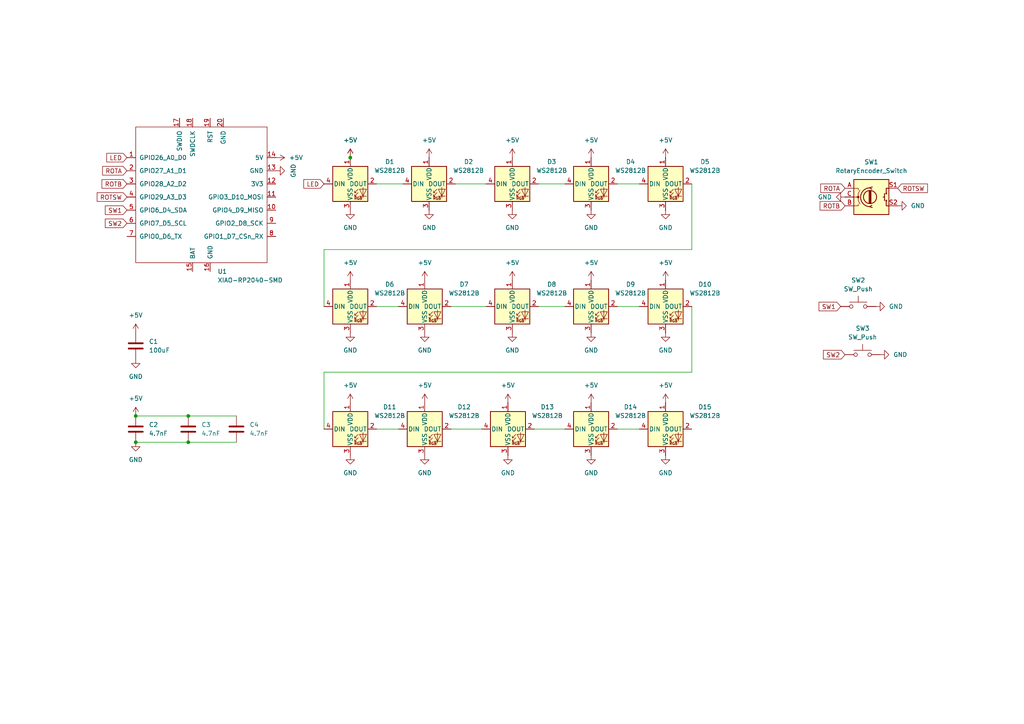
<source format=kicad_sch>
(kicad_sch (version 20250114) (generator "eeschema") (generator_version "9.0")
  (paper "A4")
  (lib_symbols
    (symbol "Device:C" (pin_numbers (hide yes)) (pin_names (offset 0.254))
      (property "Reference" "C" (at 0.635 2.54 0))
      (property "Value" "C" (at 0.635 -2.54 0))
      (symbol "C_0_1"
        (polyline (pts (xy -2.032 0.762) (xy 2.032 0.762)) (stroke (width 0.508)))
        (polyline (pts (xy -2.032 -0.762) (xy 2.032 -0.762)) (stroke (width 0.508)))
      )
      (symbol "C_1_1"
        (pin passive line (at 0 3.81 270) (length 2.794) (name "~") (number "1"))
        (pin passive line (at 0 -3.81 90) (length 2.794) (name "~") (number "2"))
      )
    )
    (symbol "Device:RotaryEncoder_Switch" (pin_names (offset 0.254) (hide yes))
      (property "Reference" "SW" (at 0 6.604 0))
      (property "Value" "RotaryEncoder_Switch" (at 0 -6.604 0))
      (symbol "RotaryEncoder_Switch_0_1"
        (rectangle (start -5.08 5.08) (end 5.08 -5.08) (stroke (width 0.254)) (fill (type background)))
        (polyline (pts (xy -5.08 2.54) (xy -3.81 2.54) (xy -3.81 2.032)))
        (polyline (pts (xy -5.08 0) (xy -3.81 0) (xy -3.81 -1.016) (xy -3.302 -2.032)))
        (polyline (pts (xy -5.08 -2.54) (xy -3.81 -2.54) (xy -3.81 -2.032)))
        (polyline (pts (xy -4.318 0) (xy -3.81 0) (xy -3.81 1.016) (xy -3.302 2.032)))
        (circle (center -3.81 0) (radius 0.254) (fill (type outline)))
        (polyline (pts (xy -0.635 -1.778) (xy -0.635 1.778)) (stroke (width 0.254)))
        (circle (center -0.381 0) (radius 1.905) (stroke (width 0.254)))
        (polyline (pts (xy -0.381 -1.778) (xy -0.381 1.778)) (stroke (width 0.254)))
        (arc (start -0.381 -2.794) (mid -3.0988 -0.0635) (end -0.381 2.667) (stroke (width 0.254)))
        (polyline (pts (xy -0.127 1.778) (xy -0.127 -1.778)) (stroke (width 0.254)))
        (polyline (pts (xy 0.254 2.921) (xy -0.508 2.667) (xy 0.127 2.286)) (stroke (width 0.254)))
        (polyline (pts (xy 0.254 -3.048) (xy -0.508 -2.794) (xy 0.127 -2.413)) (stroke (width 0.254)))
        (polyline (pts (xy 3.81 1.016) (xy 3.81 -1.016)) (stroke (width 0.254)))
        (polyline (pts (xy 3.81 0) (xy 3.429 0)) (stroke (width 0.254)))
        (circle (center 4.318 1.016) (radius 0.127) (stroke (width 0.254)))
        (circle (center 4.318 -1.016) (radius 0.127) (stroke (width 0.254)))
        (polyline (pts (xy 5.08 2.54) (xy 4.318 2.54) (xy 4.318 1.016)) (stroke (width 0.254)))
        (polyline (pts (xy 5.08 -2.54) (xy 4.318 -2.54) (xy 4.318 -1.016)) (stroke (width 0.254)))
      )
      (symbol "RotaryEncoder_Switch_1_1"
        (pin passive line (at -7.62 2.54 0) (length 2.54) (name "A") (number "A"))
        (pin passive line (at -7.62 0 0) (length 2.54) (name "C") (number "C"))
        (pin passive line (at -7.62 -2.54 0) (length 2.54) (name "B") (number "B"))
        (pin passive line (at 7.62 2.54 180) (length 2.54) (name "S1") (number "S1"))
        (pin passive line (at 7.62 -2.54 180) (length 2.54) (name "S2") (number "S2"))
      )
    )
    (symbol "LED:WS2812B" (pin_names (offset 0.254))
      (property "Reference" "D" (at 5.08 5.715 0))
      (property "Value" "WS2812B" (at 1.27 -5.715 0))
      (symbol "WS2812B_0_0"
        (text "RGB" (at 2.286 -4.191 0) (effects (font (size 0.762 0.762))))
      )
      (symbol "WS2812B_0_1"
        (polyline (pts (xy 1.27 -2.54) (xy 1.778 -2.54)))
        (polyline (pts (xy 1.27 -3.556) (xy 1.778 -3.556)))
        (polyline (pts (xy 2.286 -1.524) (xy 1.27 -2.54) (xy 1.27 -2.032)))
        (polyline (pts (xy 2.286 -2.54) (xy 1.27 -3.556) (xy 1.27 -3.048)))
        (polyline (pts (xy 3.683 -1.016) (xy 3.683 -3.556) (xy 3.683 -4.064)))
        (polyline (pts (xy 4.699 -1.524) (xy 2.667 -1.524) (xy 3.683 -3.556) (xy 4.699 -1.524)))
        (polyline (pts (xy 4.699 -3.556) (xy 2.667 -3.556)))
        (rectangle (start 5.08 5.08) (end -5.08 -5.08) (stroke (width 0.254)) (fill (type background)))
      )
      (symbol "WS2812B_1_1"
        (pin input line (at -7.62 0 0) (length 2.54) (name "DIN") (number "4"))
        (pin power_in line (at 0 7.62 270) (length 2.54) (name "VDD") (number "1"))
        (pin power_in line (at 0 -7.62 90) (length 2.54) (name "VSS") (number "3"))
        (pin output line (at 7.62 0 180) (length 2.54) (name "DOUT") (number "2"))
      )
    )
    (symbol "OPL:XIAO-RP2040-SMD" (pin_names (offset 1.016))
      (property "Reference" "U" (at -18.542 23.114 0))
      (property "Value" "XIAO-RP2040-SMD" (at -8.382 21.336 0))
      (symbol "XIAO-RP2040-SMD_0_1"
        (rectangle (start 19.05 -19.05) (end -19.05 20.32))
      )
      (symbol "XIAO-RP2040-SMD_1_1"
        (pin passive line (at -21.59 11.43 0) (length 2.54) (name "GPIO26_A0_D0") (number "1"))
        (pin passive line (at -21.59 7.62 0) (length 2.54) (name "GPIO27_A1_D1") (number "2"))
        (pin passive line (at -21.59 3.81 0) (length 2.54) (name "GPIO28_A2_D2") (number "3"))
        (pin passive line (at -21.59 0 0) (length 2.54) (name "GPIO29_A3_D3") (number "4"))
        (pin passive line (at -21.59 -3.81 0) (length 2.54) (name "GPIO6_D4_SDA") (number "5"))
        (pin passive line (at -21.59 -7.62 0) (length 2.54) (name "GPIO7_D5_SCL") (number "6"))
        (pin passive line (at -21.59 -11.43 0) (length 2.54) (name "GPIO0_D6_TX") (number "7"))
        (pin passive line (at -6.35 22.86 270) (length 2.54) (name "SWDIO") (number "17"))
        (pin passive line (at -2.54 22.86 270) (length 2.54) (name "SWDCLK") (number "18"))
        (pin passive line (at -2.54 -21.59 90) (length 2.54) (name "BAT") (number "15"))
        (pin passive line (at 2.54 22.86 270) (length 2.54) (name "RST") (number "19"))
        (pin passive line (at 2.54 -21.59 90) (length 2.54) (name "GND") (number "16"))
        (pin passive line (at 6.35 22.86 270) (length 2.54) (name "GND") (number "20"))
        (pin passive line (at 21.59 11.43 180) (length 2.54) (name "5V") (number "14"))
        (pin passive line (at 21.59 7.62 180) (length 2.54) (name "GND") (number "13"))
        (pin passive line (at 21.59 3.81 180) (length 2.54) (name "3V3") (number "12"))
        (pin passive line (at 21.59 0 180) (length 2.54) (name "GPIO3_D10_MOSI") (number "11"))
        (pin passive line (at 21.59 -3.81 180) (length 2.54) (name "GPIO4_D9_MISO") (number "10"))
        (pin passive line (at 21.59 -7.62 180) (length 2.54) (name "GPIO2_D8_SCK") (number "9"))
        (pin passive line (at 21.59 -11.43 180) (length 2.54) (name "GPIO1_D7_CSn_RX") (number "8"))
      )
    )
    (symbol "Switch:SW_Push" (pin_numbers (hide yes)) (pin_names (offset 1.016) (hide yes))
      (property "Reference" "SW" (at 1.27 2.54 0))
      (property "Value" "SW_Push" (at 0 -1.524 0))
      (symbol "SW_Push_0_1"
        (circle (center -2.032 0) (radius 0.508))
        (polyline (pts (xy 0 1.27) (xy 0 3.048)))
        (circle (center 2.032 0) (radius 0.508))
        (polyline (pts (xy 2.54 1.27) (xy -2.54 1.27)))
        (pin passive line (at -5.08 0 0) (length 2.54) (name "1") (number "1"))
        (pin passive line (at 5.08 0 180) (length 2.54) (name "2") (number "2"))
      )
    )
    (symbol "power:+5V" (power) (pin_numbers (hide yes)) (pin_names (offset 0) (hide yes))
      (property "Value" "+5V" (at 0 3.556 0))
      (symbol "+5V_0_1"
        (polyline (pts (xy -0.762 1.27) (xy 0 2.54)))
        (polyline (pts (xy 0 2.54) (xy 0.762 1.27)))
        (polyline (pts (xy 0 0) (xy 0 2.54)))
      )
      (symbol "+5V_1_1"
        (pin power_in line (at 0 0 90) (length 0) (name "~") (number "1"))
      )
    )
    (symbol "power:GND" (power) (pin_numbers (hide yes)) (pin_names (offset 0) (hide yes))
      (property "Value" "GND" (at 0 -3.81 0))
      (symbol "GND_0_1"
        (polyline (pts (xy 0 0) (xy 0 -1.27) (xy 1.27 -1.27) (xy 0 -2.54) (xy -1.27 -1.27) (xy 0 -1.27)))
      )
      (symbol "GND_1_1"
        (pin power_in line (at 0 0 270) (length 0) (name "~") (number "1"))
      )
    )
  )
  (junction (at 101.6 45.72))
  (junction (at 54.61 128.27))
  (junction (at 39.37 120.65))
  (junction (at 39.37 128.27))
  (junction (at 54.61 120.65))
  (wire (pts (xy 156.21 53.34) (xy 163.83 53.34)))
  (wire (pts (xy 93.98 72.39) (xy 93.98 88.9)))
  (wire (pts (xy 109.22 53.34) (xy 116.84 53.34)))
  (wire (pts (xy 139.7 124.46) (xy 130.81 124.46)))
  (wire (pts (xy 132.08 53.34) (xy 140.97 53.34)))
  (wire (pts (xy 156.21 88.9) (xy 163.83 88.9)))
  (wire (pts (xy 130.81 88.9) (xy 140.97 88.9)))
  (wire (pts (xy 54.61 120.65) (xy 68.58 120.65)))
  (wire (pts (xy 179.07 88.9) (xy 185.42 88.9)))
  (wire (pts (xy 54.61 128.27) (xy 68.58 128.27)))
  (wire (pts (xy 179.07 124.46) (xy 185.42 124.46)))
  (wire (pts (xy 200.66 53.34) (xy 200.66 72.39)))
  (wire (pts (xy 200.66 72.39) (xy 93.98 72.39)))
  (wire (pts (xy 200.66 88.9) (xy 200.66 107.95)))
  (wire (pts (xy 109.22 88.9) (xy 115.57 88.9)))
  (wire (pts (xy 154.94 124.46) (xy 163.83 124.46)))
  (wire (pts (xy 39.37 120.65) (xy 54.61 120.65)))
  (wire (pts (xy 39.37 128.27) (xy 54.61 128.27)))
  (wire (pts (xy 200.66 107.95) (xy 93.98 107.95)))
  (wire (pts (xy 109.22 124.46) (xy 115.57 124.46)))
  (wire (pts (xy 179.07 53.34) (xy 185.42 53.34)))
  (wire (pts (xy 93.98 107.95) (xy 93.98 124.46)))
  (global_label "SW1" (shape input) (at 36.83 60.96 180) (property "Intersheetrefs" "${INTERSHEET_REFS}" (effects (hide yes))))
  (global_label "ROTSW" (shape input) (at 260.35 54.61 0) (property "Intersheetrefs" "${INTERSHEET_REFS}" (effects (hide yes))))
  (global_label "SW1" (shape input) (at 243.84 88.9 180) (property "Intersheetrefs" "${INTERSHEET_REFS}" (effects (hide yes))))
  (global_label "ROTA" (shape input) (at 36.83 49.53 180) (property "Intersheetrefs" "${INTERSHEET_REFS}" (effects (hide yes))))
  (global_label "ROTA" (shape input) (at 245.11 54.61 180) (property "Intersheetrefs" "${INTERSHEET_REFS}" (effects (hide yes))))
  (global_label "ROTB" (shape input) (at 36.83 53.34 180) (property "Intersheetrefs" "${INTERSHEET_REFS}" (effects (hide yes))))
  (global_label "ROTSW" (shape input) (at 36.83 57.15 180) (property "Intersheetrefs" "${INTERSHEET_REFS}" (effects (hide yes))))
  (global_label "SW2" (shape input) (at 36.83 64.77 180) (property "Intersheetrefs" "${INTERSHEET_REFS}" (effects (hide yes))))
  (global_label "LED" (shape input) (at 36.83 45.72 180) (property "Intersheetrefs" "${INTERSHEET_REFS}" (effects (hide yes))))
  (global_label "SW2" (shape input) (at 245.11 102.87 180) (property "Intersheetrefs" "${INTERSHEET_REFS}" (effects (hide yes))))
  (global_label "LED" (shape input) (at 93.98 53.34 180) (property "Intersheetrefs" "${INTERSHEET_REFS}" (effects (hide yes))))
  (global_label "ROTB" (shape input) (at 245.11 59.69 180) (property "Intersheetrefs" "${INTERSHEET_REFS}" (effects (hide yes))))
  (symbol (lib_id "LED:WS2812B") (at 147.32 124.46 0) (unit 1)
    (property "Reference" "D13" (at 158.75 118.0398 0))
    (property "Value" "WS2812B" (at 158.75 120.5798 0))
    (property "Footprint" "LED_SMD:LED_WS2812B_PLCC4_5.0x5.0mm_P3.2mm" (effects (hide yes)))
    (property "Datasheet" "https://cdn-shop.adafruit.com/datasheets/WS2812B.pdf" (effects (hide yes)))
    (property "Description" "RGB LED with integrated controller" (effects (hide yes)))
  )
  (symbol (lib_id "power:+5V") (at 171.45 116.84 0) (unit 1)
    (property "Reference" "#PWR034" (effects (hide yes)))
    (property "Value" "+5V" (at 171.45 111.76 0))
    (property "Description" "Power symbol creates a global label with name \"+5V\"" (effects (hide yes)))
  )
  (symbol (lib_id "LED:WS2812B") (at 148.59 53.34 0) (unit 1)
    (property "Reference" "D3" (at 160.02 46.9198 0))
    (property "Value" "WS2812B" (at 160.02 49.4598 0))
    (property "Footprint" "LED_SMD:LED_WS2812B_PLCC4_5.0x5.0mm_P3.2mm" (effects (hide yes)))
    (property "Datasheet" "https://cdn-shop.adafruit.com/datasheets/WS2812B.pdf" (effects (hide yes)))
    (property "Description" "RGB LED with integrated controller" (effects (hide yes)))
  )
  (symbol (lib_id "power:+5V") (at 80.01 45.72 270) (unit 1)
    (property "Reference" "#PWR05" (effects (hide yes)))
    (property "Value" "+5V" (at 83.82 45.7199 90) (effects (justify left)))
    (property "Description" "Power symbol creates a global label with name \"+5V\"" (effects (hide yes)))
  )
  (symbol (lib_id "power:+5V") (at 148.59 45.72 0) (unit 1)
    (property "Reference" "#PWR011" (effects (hide yes)))
    (property "Value" "+5V" (at 148.59 40.64 0))
    (property "Description" "Power symbol creates a global label with name \"+5V\"" (effects (hide yes)))
  )
  (symbol (lib_id "power:GND") (at 123.19 132.08 0) (unit 1)
    (property "Reference" "#PWR031" (effects (hide yes)))
    (property "Value" "GND" (at 123.19 137.16 0))
    (property "Description" "Power symbol creates a global label with name \"GND\" , ground" (effects (hide yes)))
  )
  (symbol (lib_id "power:+5V") (at 193.04 116.84 0) (unit 1)
    (property "Reference" "#PWR036" (effects (hide yes)))
    (property "Value" "+5V" (at 193.04 111.76 0))
    (property "Description" "Power symbol creates a global label with name \"+5V\"" (effects (hide yes)))
  )
  (symbol (lib_id "LED:WS2812B") (at 123.19 88.9 0) (unit 1)
    (property "Reference" "D7" (at 134.62 82.4798 0))
    (property "Value" "WS2812B" (at 134.62 85.0198 0))
    (property "Footprint" "LED_SMD:LED_WS2812B_PLCC4_5.0x5.0mm_P3.2mm" (effects (hide yes)))
    (property "Datasheet" "https://cdn-shop.adafruit.com/datasheets/WS2812B.pdf" (effects (hide yes)))
    (property "Description" "RGB LED with integrated controller" (effects (hide yes)))
  )
  (symbol (lib_id "LED:WS2812B") (at 148.59 88.9 0) (unit 1)
    (property "Reference" "D8" (at 160.02 82.4798 0))
    (property "Value" "WS2812B" (at 160.02 85.0198 0))
    (property "Footprint" "LED_SMD:LED_WS2812B_PLCC4_5.0x5.0mm_P3.2mm" (effects (hide yes)))
    (property "Datasheet" "https://cdn-shop.adafruit.com/datasheets/WS2812B.pdf" (effects (hide yes)))
    (property "Description" "RGB LED with integrated controller" (effects (hide yes)))
  )
  (symbol (lib_id "LED:WS2812B") (at 193.04 88.9 0) (unit 1)
    (property "Reference" "D10" (at 204.47 82.4798 0))
    (property "Value" "WS2812B" (at 204.47 85.0198 0))
    (property "Footprint" "LED_SMD:LED_WS2812B_PLCC4_5.0x5.0mm_P3.2mm" (effects (hide yes)))
    (property "Datasheet" "https://cdn-shop.adafruit.com/datasheets/WS2812B.pdf" (effects (hide yes)))
    (property "Description" "RGB LED with integrated controller" (effects (hide yes)))
  )
  (symbol (lib_id "power:GND") (at 148.59 60.96 0) (unit 1)
    (property "Reference" "#PWR012" (effects (hide yes)))
    (property "Value" "GND" (at 148.59 66.04 0))
    (property "Description" "Power symbol creates a global label with name \"GND\" , ground" (effects (hide yes)))
  )
  (symbol (lib_id "power:GND") (at 193.04 132.08 0) (unit 1)
    (property "Reference" "#PWR037" (effects (hide yes)))
    (property "Value" "GND" (at 193.04 137.16 0))
    (property "Description" "Power symbol creates a global label with name \"GND\" , ground" (effects (hide yes)))
  )
  (symbol (lib_id "LED:WS2812B") (at 101.6 124.46 0) (unit 1)
    (property "Reference" "D11" (at 113.03 118.0398 0))
    (property "Value" "WS2812B" (at 113.03 120.5798 0))
    (property "Footprint" "LED_SMD:LED_WS2812B_PLCC4_5.0x5.0mm_P3.2mm" (effects (hide yes)))
    (property "Datasheet" "https://cdn-shop.adafruit.com/datasheets/WS2812B.pdf" (effects (hide yes)))
    (property "Description" "RGB LED with integrated controller" (effects (hide yes)))
  )
  (symbol (lib_id "power:+5V") (at 171.45 81.28 0) (unit 1)
    (property "Reference" "#PWR024" (effects (hide yes)))
    (property "Value" "+5V" (at 171.45 76.2 0))
    (property "Description" "Power symbol creates a global label with name \"+5V\"" (effects (hide yes)))
  )
  (symbol (lib_id "power:GND") (at 39.37 128.27 0) (unit 1)
    (property "Reference" "#PWR04" (effects (hide yes)))
    (property "Value" "GND" (at 39.37 133.35 0))
    (property "Description" "Power symbol creates a global label with name \"GND\" , ground" (effects (hide yes)))
  )
  (symbol (lib_id "power:GND") (at 245.11 57.15 270) (unit 1)
    (property "Reference" "#PWR049" (effects (hide yes)))
    (property "Value" "GND" (at 241.3 57.1499 90) (effects (justify right)))
    (property "Description" "Power symbol creates a global label with name \"GND\" , ground" (effects (hide yes)))
  )
  (symbol (lib_id "LED:WS2812B") (at 193.04 124.46 0) (unit 1)
    (property "Reference" "D15" (at 204.47 118.0398 0))
    (property "Value" "WS2812B" (at 204.47 120.5798 0))
    (property "Footprint" "LED_SMD:LED_WS2812B_PLCC4_5.0x5.0mm_P3.2mm" (effects (hide yes)))
    (property "Datasheet" "https://cdn-shop.adafruit.com/datasheets/WS2812B.pdf" (effects (hide yes)))
    (property "Description" "RGB LED with integrated controller" (effects (hide yes)))
  )
  (symbol (lib_id "Device:C") (at 39.37 100.33 0) (unit 1)
    (property "Reference" "C1" (at 43.18 99.0599 0) (effects (justify left)))
    (property "Value" "100uF" (at 43.18 101.5999 0) (effects (justify left)))
    (property "Footprint" "Capacitor_SMD:C_1210_3225Metric_Pad1.33x2.70mm_HandSolder" (effects (hide yes)))
    (property "Description" "Unpolarized capacitor" (effects (hide yes)))
  )
  (symbol (lib_id "power:GND") (at 80.01 49.53 90) (unit 1)
    (property "Reference" "#PWR06" (effects (hide yes)))
    (property "Value" "GND" (at 85.09 49.53 0))
    (property "Description" "Power symbol creates a global label with name \"GND\" , ground" (effects (hide yes)))
  )
  (symbol (lib_id "power:GND") (at 147.32 132.08 0) (unit 1)
    (property "Reference" "#PWR033" (effects (hide yes)))
    (property "Value" "GND" (at 147.32 137.16 0))
    (property "Description" "Power symbol creates a global label with name \"GND\" , ground" (effects (hide yes)))
  )
  (symbol (lib_id "Switch:SW_Push") (at 248.92 88.9 0) (unit 1)
    (property "Reference" "SW2" (at 248.92 81.28 0))
    (property "Value" "SW_Push" (at 248.92 83.82 0))
    (property "Footprint" "Button_Switch_Keyboard:SW_Cherry_MX_1.00u_PCB" (effects (hide yes)))
    (property "Description" "Push button switch, generic, two pins" (effects (hide yes)))
  )
  (symbol (lib_id "power:+5V") (at 101.6 81.28 0) (unit 1)
    (property "Reference" "#PWR018" (effects (hide yes)))
    (property "Value" "+5V" (at 101.6 76.2 0))
    (property "Description" "Power symbol creates a global label with name \"+5V\"" (effects (hide yes)))
  )
  (symbol (lib_id "power:+5V") (at 124.46 45.72 0) (unit 1)
    (property "Reference" "#PWR09" (effects (hide yes)))
    (property "Value" "+5V" (at 124.46 40.64 0))
    (property "Description" "Power symbol creates a global label with name \"+5V\"" (effects (hide yes)))
  )
  (symbol (lib_id "power:GND") (at 255.27 102.87 90) (unit 1)
    (property "Reference" "#PWR048" (effects (hide yes)))
    (property "Value" "GND" (at 259.08 102.8699 90) (effects (justify right)))
    (property "Description" "Power symbol creates a global label with name \"GND\" , ground" (effects (hide yes)))
  )
  (symbol (lib_id "Device:C") (at 54.61 124.46 0) (unit 1)
    (property "Reference" "C3" (at 58.42 123.1899 0) (effects (justify left)))
    (property "Value" "4.7nF" (at 58.42 125.7299 0) (effects (justify left)))
    (property "Footprint" "Capacitor_SMD:C_1206_3216Metric_Pad1.33x1.80mm_HandSolder" (effects (hide yes)))
    (property "Description" "Unpolarized capacitor" (effects (hide yes)))
  )
  (symbol (lib_id "power:GND") (at 260.35 59.69 90) (unit 1)
    (property "Reference" "#PWR050" (effects (hide yes)))
    (property "Value" "GND" (at 264.16 59.6899 90) (effects (justify right)))
    (property "Description" "Power symbol creates a global label with name \"GND\" , ground" (effects (hide yes)))
  )
  (symbol (lib_id "power:+5V") (at 101.6 45.72 0) (unit 1)
    (property "Reference" "#PWR07" (effects (hide yes)))
    (property "Value" "+5V" (at 101.6 40.64 0))
    (property "Description" "Power symbol creates a global label with name \"+5V\"" (effects (hide yes)))
  )
  (symbol (lib_id "LED:WS2812B") (at 101.6 88.9 0) (unit 1)
    (property "Reference" "D6" (at 113.03 82.4798 0))
    (property "Value" "WS2812B" (at 113.03 85.0198 0))
    (property "Footprint" "LED_SMD:LED_WS2812B_PLCC4_5.0x5.0mm_P3.2mm" (effects (hide yes)))
    (property "Datasheet" "https://cdn-shop.adafruit.com/datasheets/WS2812B.pdf" (effects (hide yes)))
    (property "Description" "RGB LED with integrated controller" (effects (hide yes)))
  )
  (symbol (lib_id "Switch:SW_Push") (at 250.19 102.87 0) (unit 1)
    (property "Reference" "SW3" (at 250.19 95.25 0))
    (property "Value" "SW_Push" (at 250.19 97.79 0))
    (property "Footprint" "Button_Switch_Keyboard:SW_Cherry_MX_1.00u_PCB" (effects (hide yes)))
    (property "Description" "Push button switch, generic, two pins" (effects (hide yes)))
  )
  (symbol (lib_id "power:+5V") (at 101.6 116.84 0) (unit 1)
    (property "Reference" "#PWR028" (effects (hide yes)))
    (property "Value" "+5V" (at 101.6 111.76 0))
    (property "Description" "Power symbol creates a global label with name \"+5V\"" (effects (hide yes)))
  )
  (symbol (lib_id "power:+5V") (at 147.32 116.84 0) (unit 1)
    (property "Reference" "#PWR032" (effects (hide yes)))
    (property "Value" "+5V" (at 147.32 111.76 0))
    (property "Description" "Power symbol creates a global label with name \"+5V\"" (effects (hide yes)))
  )
  (symbol (lib_id "power:+5V") (at 171.45 45.72 0) (unit 1)
    (property "Reference" "#PWR014" (effects (hide yes)))
    (property "Value" "+5V" (at 171.45 40.64 0))
    (property "Description" "Power symbol creates a global label with name \"+5V\"" (effects (hide yes)))
  )
  (symbol (lib_id "power:GND") (at 101.6 60.96 0) (unit 1)
    (property "Reference" "#PWR08" (effects (hide yes)))
    (property "Value" "GND" (at 101.6 66.04 0))
    (property "Description" "Power symbol creates a global label with name \"GND\" , ground" (effects (hide yes)))
  )
  (symbol (lib_id "power:GND") (at 254 88.9 90) (unit 1)
    (property "Reference" "#PWR047" (effects (hide yes)))
    (property "Value" "GND" (at 257.81 88.8999 90) (effects (justify right)))
    (property "Description" "Power symbol creates a global label with name \"GND\" , ground" (effects (hide yes)))
  )
  (symbol (lib_id "LED:WS2812B") (at 171.45 53.34 0) (unit 1)
    (property "Reference" "D4" (at 182.88 46.9198 0))
    (property "Value" "WS2812B" (at 182.88 49.4598 0))
    (property "Footprint" "LED_SMD:LED_WS2812B_PLCC4_5.0x5.0mm_P3.2mm" (effects (hide yes)))
    (property "Datasheet" "https://cdn-shop.adafruit.com/datasheets/WS2812B.pdf" (effects (hide yes)))
    (property "Description" "RGB LED with integrated controller" (effects (hide yes)))
  )
  (symbol (lib_id "power:GND") (at 171.45 132.08 0) (unit 1)
    (property "Reference" "#PWR035" (effects (hide yes)))
    (property "Value" "GND" (at 171.45 137.16 0))
    (property "Description" "Power symbol creates a global label with name \"GND\" , ground" (effects (hide yes)))
  )
  (symbol (lib_id "LED:WS2812B") (at 171.45 88.9 0) (unit 1)
    (property "Reference" "D9" (at 182.88 82.4798 0))
    (property "Value" "WS2812B" (at 182.88 85.0198 0))
    (property "Footprint" "LED_SMD:LED_WS2812B_PLCC4_5.0x5.0mm_P3.2mm" (effects (hide yes)))
    (property "Datasheet" "https://cdn-shop.adafruit.com/datasheets/WS2812B.pdf" (effects (hide yes)))
    (property "Description" "RGB LED with integrated controller" (effects (hide yes)))
  )
  (symbol (lib_id "Device:C") (at 68.58 124.46 0) (unit 1)
    (property "Reference" "C4" (at 72.39 123.1899 0) (effects (justify left)))
    (property "Value" "4.7nF" (at 72.39 125.7299 0) (effects (justify left)))
    (property "Footprint" "Capacitor_SMD:C_1206_3216Metric_Pad1.33x1.80mm_HandSolder" (effects (hide yes)))
    (property "Description" "Unpolarized capacitor" (effects (hide yes)))
  )
  (symbol (lib_id "power:GND") (at 101.6 132.08 0) (unit 1)
    (property "Reference" "#PWR029" (effects (hide yes)))
    (property "Value" "GND" (at 101.6 137.16 0))
    (property "Description" "Power symbol creates a global label with name \"GND\" , ground" (effects (hide yes)))
  )
  (symbol (lib_id "power:+5V") (at 101.6 45.72 0) (unit 1)
    (property "Reference" "#PWR013" (effects (hide yes)))
    (property "Value" "+5V" (at 101.6 40.64 0))
    (property "Description" "Power symbol creates a global label with name \"+5V\"" (effects (hide yes)))
  )
  (symbol (lib_id "power:GND") (at 124.46 60.96 0) (unit 1)
    (property "Reference" "#PWR010" (effects (hide yes)))
    (property "Value" "GND" (at 124.46 66.04 0))
    (property "Description" "Power symbol creates a global label with name \"GND\" , ground" (effects (hide yes)))
  )
  (symbol (lib_id "power:GND") (at 193.04 60.96 0) (unit 1)
    (property "Reference" "#PWR017" (effects (hide yes)))
    (property "Value" "GND" (at 193.04 66.04 0))
    (property "Description" "Power symbol creates a global label with name \"GND\" , ground" (effects (hide yes)))
  )
  (symbol (lib_id "LED:WS2812B") (at 171.45 124.46 0) (unit 1)
    (property "Reference" "D14" (at 182.88 118.0398 0))
    (property "Value" "WS2812B" (at 182.88 120.5798 0))
    (property "Footprint" "LED_SMD:LED_WS2812B_PLCC4_5.0x5.0mm_P3.2mm" (effects (hide yes)))
    (property "Datasheet" "https://cdn-shop.adafruit.com/datasheets/WS2812B.pdf" (effects (hide yes)))
    (property "Description" "RGB LED with integrated controller" (effects (hide yes)))
  )
  (symbol (lib_id "power:GND") (at 39.37 104.14 0) (unit 1)
    (property "Reference" "#PWR02" (effects (hide yes)))
    (property "Value" "GND" (at 39.37 109.22 0))
    (property "Description" "Power symbol creates a global label with name \"GND\" , ground" (effects (hide yes)))
  )
  (symbol (lib_id "LED:WS2812B") (at 123.19 124.46 0) (unit 1)
    (property "Reference" "D12" (at 134.62 118.0398 0))
    (property "Value" "WS2812B" (at 134.62 120.5798 0))
    (property "Footprint" "LED_SMD:LED_WS2812B_PLCC4_5.0x5.0mm_P3.2mm" (effects (hide yes)))
    (property "Datasheet" "https://cdn-shop.adafruit.com/datasheets/WS2812B.pdf" (effects (hide yes)))
    (property "Description" "RGB LED with integrated controller" (effects (hide yes)))
  )
  (symbol (lib_id "power:+5V") (at 193.04 45.72 0) (unit 1)
    (property "Reference" "#PWR016" (effects (hide yes)))
    (property "Value" "+5V" (at 193.04 40.64 0))
    (property "Description" "Power symbol creates a global label with name \"+5V\"" (effects (hide yes)))
  )
  (symbol (lib_id "power:GND") (at 123.19 96.52 0) (unit 1)
    (property "Reference" "#PWR021" (effects (hide yes)))
    (property "Value" "GND" (at 123.19 101.6 0))
    (property "Description" "Power symbol creates a global label with name \"GND\" , ground" (effects (hide yes)))
  )
  (symbol (lib_id "power:GND") (at 171.45 60.96 0) (unit 1)
    (property "Reference" "#PWR015" (effects (hide yes)))
    (property "Value" "GND" (at 171.45 66.04 0))
    (property "Description" "Power symbol creates a global label with name \"GND\" , ground" (effects (hide yes)))
  )
  (symbol (lib_id "power:+5V") (at 39.37 120.65 0) (unit 1)
    (property "Reference" "#PWR03" (effects (hide yes)))
    (property "Value" "+5V" (at 39.37 115.57 0))
    (property "Description" "Power symbol creates a global label with name \"+5V\"" (effects (hide yes)))
  )
  (symbol (lib_id "LED:WS2812B") (at 124.46 53.34 0) (unit 1)
    (property "Reference" "D2" (at 135.89 46.9198 0))
    (property "Value" "WS2812B" (at 135.89 49.4598 0))
    (property "Footprint" "LED_SMD:LED_WS2812B_PLCC4_5.0x5.0mm_P3.2mm" (effects (hide yes)))
    (property "Datasheet" "https://cdn-shop.adafruit.com/datasheets/WS2812B.pdf" (effects (hide yes)))
    (property "Description" "RGB LED with integrated controller" (effects (hide yes)))
  )
  (symbol (lib_id "power:+5V") (at 123.19 81.28 0) (unit 1)
    (property "Reference" "#PWR020" (effects (hide yes)))
    (property "Value" "+5V" (at 123.19 76.2 0))
    (property "Description" "Power symbol creates a global label with name \"+5V\"" (effects (hide yes)))
  )
  (symbol (lib_id "power:+5V") (at 123.19 116.84 0) (unit 1)
    (property "Reference" "#PWR030" (effects (hide yes)))
    (property "Value" "+5V" (at 123.19 111.76 0))
    (property "Description" "Power symbol creates a global label with name \"+5V\"" (effects (hide yes)))
  )
  (symbol (lib_id "LED:WS2812B") (at 193.04 53.34 0) (unit 1)
    (property "Reference" "D5" (at 204.47 46.9198 0))
    (property "Value" "WS2812B" (at 204.47 49.4598 0))
    (property "Footprint" "LED_SMD:LED_WS2812B_PLCC4_5.0x5.0mm_P3.2mm" (effects (hide yes)))
    (property "Datasheet" "https://cdn-shop.adafruit.com/datasheets/WS2812B.pdf" (effects (hide yes)))
    (property "Description" "RGB LED with integrated controller" (effects (hide yes)))
  )
  (symbol (lib_id "power:+5V") (at 193.04 81.28 0) (unit 1)
    (property "Reference" "#PWR026" (effects (hide yes)))
    (property "Value" "+5V" (at 193.04 76.2 0))
    (property "Description" "Power symbol creates a global label with name \"+5V\"" (effects (hide yes)))
  )
  (symbol (lib_id "power:GND") (at 101.6 96.52 0) (unit 1)
    (property "Reference" "#PWR019" (effects (hide yes)))
    (property "Value" "GND" (at 101.6 101.6 0))
    (property "Description" "Power symbol creates a global label with name \"GND\" , ground" (effects (hide yes)))
  )
  (symbol (lib_id "power:GND") (at 193.04 96.52 0) (unit 1)
    (property "Reference" "#PWR027" (effects (hide yes)))
    (property "Value" "GND" (at 193.04 101.6 0))
    (property "Description" "Power symbol creates a global label with name \"GND\" , ground" (effects (hide yes)))
  )
  (symbol (lib_id "LED:WS2812B") (at 101.6 53.34 0) (unit 1)
    (property "Reference" "D1" (at 113.03 46.9198 0))
    (property "Value" "WS2812B" (at 113.03 49.4598 0))
    (property "Footprint" "LED_SMD:LED_WS2812B_PLCC4_5.0x5.0mm_P3.2mm" (effects (hide yes)))
    (property "Datasheet" "https://cdn-shop.adafruit.com/datasheets/WS2812B.pdf" (effects (hide yes)))
    (property "Description" "RGB LED with integrated controller" (effects (hide yes)))
  )
  (symbol (lib_id "OPL:XIAO-RP2040-SMD") (at 58.42 57.15 0) (unit 1)
    (property "Reference" "U1" (at 63.1033 78.74 0) (effects (justify left)))
    (property "Value" "XIAO-RP2040-SMD" (at 63.1033 81.28 0) (effects (justify left)))
    (property "Footprint" "OPL:XIAO-RP2040-SMD" (effects (hide yes)))
  )
  (symbol (lib_id "Device:RotaryEncoder_Switch") (at 252.73 57.15 0) (unit 1)
    (property "Reference" "SW1" (at 252.73 46.99 0))
    (property "Value" "RotaryEncoder_Switch" (at 252.73 49.53 0))
    (property "Footprint" "Rotary_Encoder:RotaryEncoder_Alps_EC11E-Switch_Vertical_H20mm" (effects (hide yes)))
    (property "Description" "Rotary encoder, dual channel, incremental quadrate outputs, with switch" (effects (hide yes)))
  )
  (symbol (lib_id "power:+5V") (at 148.59 81.28 0) (unit 1)
    (property "Reference" "#PWR022" (effects (hide yes)))
    (property "Value" "+5V" (at 148.59 76.2 0))
    (property "Description" "Power symbol creates a global label with name \"+5V\"" (effects (hide yes)))
  )
  (symbol (lib_id "power:+5V") (at 39.37 96.52 0) (unit 1)
    (property "Reference" "#PWR01" (effects (hide yes)))
    (property "Value" "+5V" (at 39.37 91.44 0))
    (property "Description" "Power symbol creates a global label with name \"+5V\"" (effects (hide yes)))
  )
  (symbol (lib_id "power:GND") (at 148.59 96.52 0) (unit 1)
    (property "Reference" "#PWR023" (effects (hide yes)))
    (property "Value" "GND" (at 148.59 101.6 0))
    (property "Description" "Power symbol creates a global label with name \"GND\" , ground" (effects (hide yes)))
  )
  (symbol (lib_id "Device:C") (at 39.37 124.46 0) (unit 1)
    (property "Reference" "C2" (at 43.18 123.1899 0) (effects (justify left)))
    (property "Value" "4.7nF" (at 43.18 125.7299 0) (effects (justify left)))
    (property "Footprint" "Capacitor_SMD:C_1206_3216Metric_Pad1.33x1.80mm_HandSolder" (effects (hide yes)))
    (property "Description" "Unpolarized capacitor" (effects (hide yes)))
  )
  (symbol (lib_id "power:GND") (at 171.45 96.52 0) (unit 1)
    (property "Reference" "#PWR025" (effects (hide yes)))
    (property "Value" "GND" (at 171.45 101.6 0))
    (property "Description" "Power symbol creates a global label with name \"GND\" , ground" (effects (hide yes)))
  )
)
</source>
